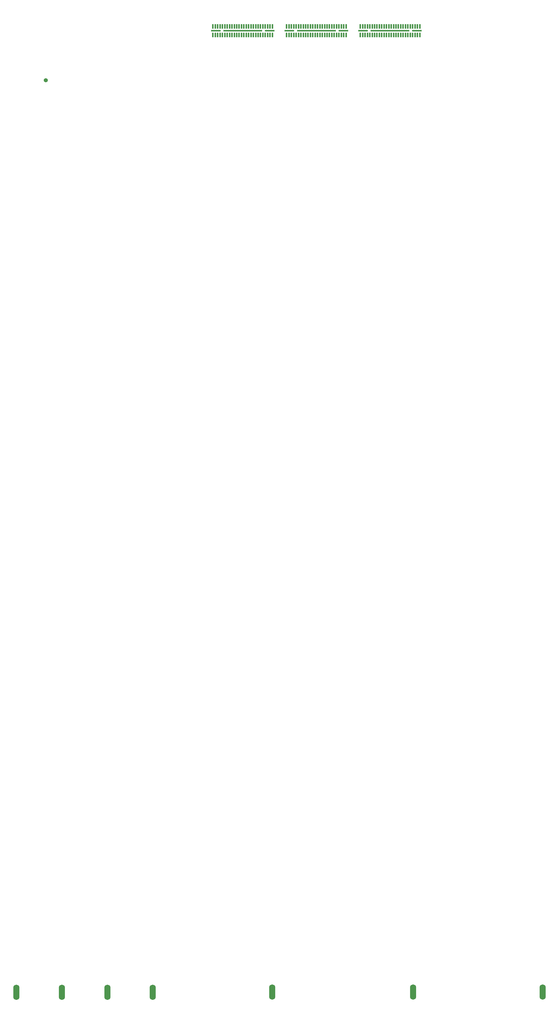
<source format=gbr>
G04 #@! TF.GenerationSoftware,KiCad,Pcbnew,(6.0.4-0)*
G04 #@! TF.CreationDate,2023-02-10T11:36:12-08:00*
G04 #@! TF.ProjectId,stripline_anode,73747269-706c-4696-9e65-5f616e6f6465,1a*
G04 #@! TF.SameCoordinates,Original*
G04 #@! TF.FileFunction,Paste,Top*
G04 #@! TF.FilePolarity,Positive*
%FSLAX46Y46*%
G04 Gerber Fmt 4.6, Leading zero omitted, Abs format (unit mm)*
G04 Created by KiCad (PCBNEW (6.0.4-0)) date 2023-02-10 11:36:12*
%MOMM*%
%LPD*%
G01*
G04 APERTURE LIST*
G04 Aperture macros list*
%AMRoundRect*
0 Rectangle with rounded corners*
0 $1 Rounding radius*
0 $2 $3 $4 $5 $6 $7 $8 $9 X,Y pos of 4 corners*
0 Add a 4 corners polygon primitive as box body*
4,1,4,$2,$3,$4,$5,$6,$7,$8,$9,$2,$3,0*
0 Add four circle primitives for the rounded corners*
1,1,$1+$1,$2,$3*
1,1,$1+$1,$4,$5*
1,1,$1+$1,$6,$7*
1,1,$1+$1,$8,$9*
0 Add four rect primitives between the rounded corners*
20,1,$1+$1,$2,$3,$4,$5,0*
20,1,$1+$1,$4,$5,$6,$7,0*
20,1,$1+$1,$6,$7,$8,$9,0*
20,1,$1+$1,$8,$9,$2,$3,0*%
G04 Aperture macros list end*
%ADD10R,0.500000X1.500000*%
%ADD11R,3.280000X0.510000*%
%ADD12R,13.150000X0.510000*%
%ADD13C,1.371600*%
%ADD14RoundRect,0.787402X0.212598X-1.712598X0.212598X1.712598X-0.212598X1.712598X-0.212598X-1.712598X0*%
G04 APERTURE END LIST*
D10*
X239983550Y-88142080D03*
X239983550Y-90992080D03*
X240783550Y-88142080D03*
X240783550Y-90992080D03*
X241583550Y-88142080D03*
X241583550Y-90992080D03*
X242383550Y-88142080D03*
X242383550Y-90992080D03*
X243183550Y-88142080D03*
X243183550Y-90992080D03*
X243983550Y-88142080D03*
X243983550Y-90992080D03*
X244783550Y-88142080D03*
X244783550Y-90992080D03*
X245583550Y-88142080D03*
X245583550Y-90992080D03*
X246383550Y-88142080D03*
X246383550Y-90992080D03*
X247183550Y-88142080D03*
X247183550Y-90992080D03*
X247983550Y-88142080D03*
X247983550Y-90992080D03*
X248783550Y-88142080D03*
X248783550Y-90992080D03*
X249583550Y-88142080D03*
X249583550Y-90992080D03*
X250383550Y-88142080D03*
X250383550Y-90992080D03*
X251183550Y-88142080D03*
X251183550Y-90992080D03*
X251983550Y-88142080D03*
X251983550Y-90992080D03*
X252783550Y-88142080D03*
X252783550Y-90992080D03*
X253583550Y-88142080D03*
X253583550Y-90992080D03*
X254383550Y-88142080D03*
X254383550Y-90992080D03*
X255183550Y-88142080D03*
X255183550Y-90992080D03*
X255983550Y-88142080D03*
X255983550Y-90992080D03*
X256783550Y-88142080D03*
X256783550Y-90992080D03*
X257583550Y-88142080D03*
X257583550Y-90992080D03*
X258383550Y-88142080D03*
X258383550Y-90992080D03*
X259183550Y-88142080D03*
X259183550Y-90992080D03*
X259983550Y-88142080D03*
X259983550Y-90992080D03*
X264783550Y-88142080D03*
X264783550Y-90992080D03*
X265583550Y-88142080D03*
X265583550Y-90992080D03*
X266383550Y-88142080D03*
X266383550Y-90992080D03*
X267183550Y-88142080D03*
X267183550Y-90992080D03*
X267983550Y-88142080D03*
X267983550Y-90992080D03*
X268783550Y-88142080D03*
X268783550Y-90992080D03*
X269583550Y-88142080D03*
X269583550Y-90992080D03*
X270383550Y-88142080D03*
X270383550Y-90992080D03*
X271183550Y-88142080D03*
X271183550Y-90992080D03*
X271983550Y-88142080D03*
X271983550Y-90992080D03*
X272783550Y-88142080D03*
X272783550Y-90992080D03*
X273583550Y-88142080D03*
X273583550Y-90992080D03*
X274383550Y-88142080D03*
X274383550Y-90992080D03*
X275183550Y-88142080D03*
X275183550Y-90992080D03*
X275983550Y-88142080D03*
X275983550Y-90992080D03*
X276783550Y-88142080D03*
X276783550Y-90992080D03*
X277583550Y-88142080D03*
X277583550Y-90992080D03*
X278383550Y-88142080D03*
X278383550Y-90992080D03*
X279183550Y-88142080D03*
X279183550Y-90992080D03*
X279983550Y-88142080D03*
X279983550Y-90992080D03*
X280783550Y-88142080D03*
X280783550Y-90992080D03*
X281583550Y-88142080D03*
X281583550Y-90992080D03*
X282383550Y-88142080D03*
X282383550Y-90992080D03*
X283183550Y-88142080D03*
X283183550Y-90992080D03*
X283983550Y-88142080D03*
X283983550Y-90992080D03*
X284783550Y-88142080D03*
X284783550Y-90992080D03*
X289583550Y-88142080D03*
X289583550Y-90992080D03*
X290383550Y-88142080D03*
X290383550Y-90992080D03*
X291183550Y-88142080D03*
X291183550Y-90992080D03*
X291983550Y-88142080D03*
X291983550Y-90992080D03*
X292783550Y-88142080D03*
X292783550Y-90992080D03*
X293583550Y-88142080D03*
X293583550Y-90992080D03*
X294383550Y-88142080D03*
X294383550Y-90992080D03*
X295183550Y-88142080D03*
X295183550Y-90992080D03*
X295983550Y-88142080D03*
X295983550Y-90992080D03*
X296783550Y-88142080D03*
X296783550Y-90992080D03*
X297583550Y-88142080D03*
X297583550Y-90992080D03*
X298383550Y-88142080D03*
X298383550Y-90992080D03*
X299183550Y-88142080D03*
X299183550Y-90992080D03*
X299983550Y-88142080D03*
X299983550Y-90992080D03*
X300783550Y-88142080D03*
X300783550Y-90992080D03*
X301583550Y-88142080D03*
X301583550Y-90992080D03*
X302383550Y-88142080D03*
X302383550Y-90992080D03*
X303183550Y-88142080D03*
X303183550Y-90992080D03*
X303983550Y-88142080D03*
X303983550Y-90992080D03*
X304783550Y-88142080D03*
X304783550Y-90992080D03*
X305583550Y-88142080D03*
X305583550Y-90992080D03*
X306383550Y-88142080D03*
X306383550Y-90992080D03*
X307183550Y-88142080D03*
X307183550Y-90992080D03*
X307983550Y-88142080D03*
X307983550Y-90992080D03*
X308783550Y-88142080D03*
X308783550Y-90992080D03*
X309583550Y-88142080D03*
X309583550Y-90992080D03*
D11*
X240918550Y-89567080D03*
D12*
X249983550Y-89567080D03*
D11*
X259048550Y-89567080D03*
X265718550Y-89567080D03*
D12*
X274783550Y-89567080D03*
D11*
X283848550Y-89567080D03*
X290518550Y-89567080D03*
D12*
X299583550Y-89567080D03*
D11*
X308648550Y-89567080D03*
D13*
X183693500Y-106220500D03*
D14*
X204426832Y-413101500D03*
X350943500Y-413076500D03*
X189110166Y-413101500D03*
X259893500Y-413076500D03*
X307318500Y-413076500D03*
X219743500Y-413101500D03*
X173793500Y-413101500D03*
M02*

</source>
